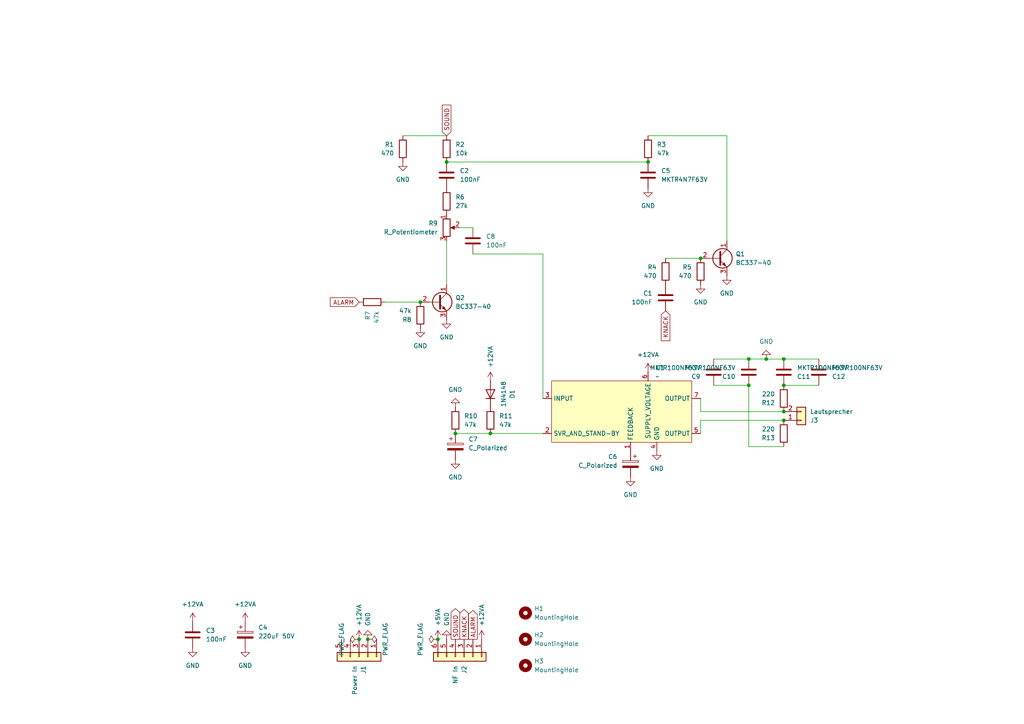
<source format=kicad_sch>
(kicad_sch (version 20250114) (generator "eeschema") (generator_version "9.0")
  (paper "A4")
  (lib_symbols
    (symbol "CarAmp:TDA7240A"
      (property "Reference" "U" (at -7.62 0 0))
      (symbol "TDA7240A_0_0"
        (pin input line (at -15.24 5.08 0) (length 2.54) (name "INPUT") (number "3"))
        (pin input line (at -15.24 -5.08 0) (length 2.54) (name "SVR_AND_STAND-BY") (number "2"))
        (pin input line (at 10.16 -10.16 90) (length 2.54) (name "FEEDBACK") (number "1"))
        (pin power_in line (at 15.24 12.7 270) (length 2.54) (name "SUPPLY_VOLTAGE") (number "6"))
        (pin power_in line (at 17.78 -10.16 90) (length 2.54) (name "GND") (number "4"))
        (pin output line (at 30.48 5.08 180) (length 2.54) (name "OUTPUT") (number "7"))
        (pin output line (at 30.48 -5.08 180) (length 2.54) (name "OUTPUT") (number "5"))
      )
      (symbol "TDA7240A_1_1"
        (rectangle (start -12.7 10.16) (end 27.94 -7.62) (fill (type background)))
      )
    )
    (symbol "Connector_Generic:Conn_01x02" (pin_names (offset 1.016) (hide yes))
      (property "Reference" "J" (at 0 2.54 0))
      (property "Value" "Conn_01x02" (at 0 -5.08 0))
      (symbol "Conn_01x02_1_1"
        (rectangle (start -1.27 1.27) (end 1.27 -3.81) (stroke (width 0.254)) (fill (type background)))
        (rectangle (start -1.27 0.127) (end 0 -0.127) (stroke (width 0.1524)))
        (rectangle (start -1.27 -2.413) (end 0 -2.667) (stroke (width 0.1524)))
        (pin passive line (at -5.08 0 0) (length 3.81) (name "Pin_1") (number "1"))
        (pin passive line (at -5.08 -2.54 0) (length 3.81) (name "Pin_2") (number "2"))
      )
    )
    (symbol "Connector_Generic:Conn_01x05" (pin_names (offset 1.016) (hide yes))
      (property "Reference" "J" (at 0 7.62 0))
      (property "Value" "Conn_01x05" (at 0 -7.62 0))
      (symbol "Conn_01x05_1_1"
        (rectangle (start -1.27 6.35) (end 1.27 -6.35) (stroke (width 0.254)) (fill (type background)))
        (rectangle (start -1.27 5.207) (end 0 4.953) (stroke (width 0.1524)))
        (rectangle (start -1.27 2.667) (end 0 2.413) (stroke (width 0.1524)))
        (rectangle (start -1.27 0.127) (end 0 -0.127) (stroke (width 0.1524)))
        (rectangle (start -1.27 -2.413) (end 0 -2.667) (stroke (width 0.1524)))
        (rectangle (start -1.27 -4.953) (end 0 -5.207) (stroke (width 0.1524)))
        (pin passive line (at -5.08 5.08 0) (length 3.81) (name "Pin_1") (number "1"))
        (pin passive line (at -5.08 2.54 0) (length 3.81) (name "Pin_2") (number "2"))
        (pin passive line (at -5.08 0 0) (length 3.81) (name "Pin_3") (number "3"))
        (pin passive line (at -5.08 -2.54 0) (length 3.81) (name "Pin_4") (number "4"))
        (pin passive line (at -5.08 -5.08 0) (length 3.81) (name "Pin_5") (number "5"))
      )
    )
    (symbol "Connector_Generic:Conn_01x06" (pin_names (offset 1.016) (hide yes))
      (property "Reference" "J" (at 0 7.62 0))
      (property "Value" "Conn_01x06" (at 0 -10.16 0))
      (symbol "Conn_01x06_1_1"
        (rectangle (start -1.27 6.35) (end 1.27 -8.89) (stroke (width 0.254)) (fill (type background)))
        (rectangle (start -1.27 5.207) (end 0 4.953) (stroke (width 0.1524)))
        (rectangle (start -1.27 2.667) (end 0 2.413) (stroke (width 0.1524)))
        (rectangle (start -1.27 0.127) (end 0 -0.127) (stroke (width 0.1524)))
        (rectangle (start -1.27 -2.413) (end 0 -2.667) (stroke (width 0.1524)))
        (rectangle (start -1.27 -4.953) (end 0 -5.207) (stroke (width 0.1524)))
        (rectangle (start -1.27 -7.493) (end 0 -7.747) (stroke (width 0.1524)))
        (pin passive line (at -5.08 5.08 0) (length 3.81) (name "Pin_1") (number "1"))
        (pin passive line (at -5.08 2.54 0) (length 3.81) (name "Pin_2") (number "2"))
        (pin passive line (at -5.08 0 0) (length 3.81) (name "Pin_3") (number "3"))
        (pin passive line (at -5.08 -2.54 0) (length 3.81) (name "Pin_4") (number "4"))
        (pin passive line (at -5.08 -5.08 0) (length 3.81) (name "Pin_5") (number "5"))
        (pin passive line (at -5.08 -7.62 0) (length 3.81) (name "Pin_6") (number "6"))
      )
    )
    (symbol "Device:C" (pin_numbers (hide yes)) (pin_names (offset 0.254))
      (property "Reference" "C" (at 0.635 2.54 0))
      (property "Value" "C" (at 0.635 -2.54 0))
      (symbol "C_0_1"
        (polyline (pts (xy -2.032 0.762) (xy 2.032 0.762)) (stroke (width 0.508)))
        (polyline (pts (xy -2.032 -0.762) (xy 2.032 -0.762)) (stroke (width 0.508)))
      )
      (symbol "C_1_1"
        (pin passive line (at 0 3.81 270) (length 2.794) (name "~") (number "1"))
        (pin passive line (at 0 -3.81 90) (length 2.794) (name "~") (number "2"))
      )
    )
    (symbol "Device:C_Polarized" (pin_numbers (hide yes)) (pin_names (offset 0.254))
      (property "Reference" "C" (at 0.635 2.54 0))
      (property "Value" "C_Polarized" (at 0.635 -2.54 0))
      (symbol "C_Polarized_0_1"
        (rectangle (start -2.286 0.508) (end 2.286 1.016))
        (polyline (pts (xy -1.778 2.286) (xy -0.762 2.286)))
        (polyline (pts (xy -1.27 2.794) (xy -1.27 1.778)))
        (rectangle (start 2.286 -0.508) (end -2.286 -1.016) (fill (type outline)))
      )
      (symbol "C_Polarized_1_1"
        (pin passive line (at 0 3.81 270) (length 2.794) (name "~") (number "1"))
        (pin passive line (at 0 -3.81 90) (length 2.794) (name "~") (number "2"))
      )
    )
    (symbol "Device:R" (pin_numbers (hide yes)) (pin_names (offset 0))
      (property "Reference" "R" (at 2.032 0 90))
      (property "Value" "R" (at 0 0 90))
      (symbol "R_0_1"
        (rectangle (start -1.016 -2.54) (end 1.016 2.54) (stroke (width 0.254)))
      )
      (symbol "R_1_1"
        (pin passive line (at 0 3.81 270) (length 1.27) (name "~") (number "1"))
        (pin passive line (at 0 -3.81 90) (length 1.27) (name "~") (number "2"))
      )
    )
    (symbol "Device:R_Potentiometer" (pin_names (offset 1.016) (hide yes))
      (property "Reference" "RV" (at -4.445 0 90))
      (property "Value" "R_Potentiometer" (at -2.54 0 90))
      (symbol "R_Potentiometer_0_1"
        (rectangle (start 1.016 2.54) (end -1.016 -2.54) (stroke (width 0.254)))
        (polyline (pts (xy 1.143 0) (xy 2.286 0.508) (xy 2.286 -0.508) (xy 1.143 0)) (fill (type outline)))
        (polyline (pts (xy 2.54 0) (xy 1.524 0)))
      )
      (symbol "R_Potentiometer_1_1"
        (pin passive line (at 0 3.81 270) (length 1.27) (name "1") (number "1"))
        (pin passive line (at 0 -3.81 90) (length 1.27) (name "3") (number "3"))
        (pin passive line (at 3.81 0 180) (length 1.27) (name "2") (number "2"))
      )
    )
    (symbol "Diode:1N4148" (pin_numbers (hide yes)) (pin_names (hide yes))
      (property "Reference" "D" (at 0 2.54 0))
      (property "Value" "1N4148" (at 0 -2.54 0))
      (symbol "1N4148_0_1"
        (polyline (pts (xy -1.27 1.27) (xy -1.27 -1.27)) (stroke (width 0.254)))
        (polyline (pts (xy 1.27 1.27) (xy 1.27 -1.27) (xy -1.27 0) (xy 1.27 1.27)) (stroke (width 0.254)))
        (polyline (pts (xy 1.27 0) (xy -1.27 0)))
      )
      (symbol "1N4148_1_1"
        (pin passive line (at -3.81 0 0) (length 2.54) (name "K") (number "1"))
        (pin passive line (at 3.81 0 180) (length 2.54) (name "A") (number "2"))
      )
    )
    (symbol "Mechanical:MountingHole" (pin_names (offset 1.016)) (in_bom no)
      (property "Reference" "H" (at 0 5.08 0))
      (property "Value" "MountingHole" (at 0 3.175 0))
      (symbol "MountingHole_0_1"
        (circle (center 0 0) (radius 1.27) (stroke (width 1.27)))
      )
    )
    (symbol "Transistor_BJT:BC337" (pin_names (offset 0) (hide yes))
      (property "Reference" "Q" (at 5.08 1.905 0))
      (property "Value" "BC337" (at 5.08 0 0))
      (symbol "BC337_0_1"
        (polyline (pts (xy -2.54 0) (xy 0.635 0)))
        (polyline (pts (xy 0.635 1.905) (xy 0.635 -1.905)) (stroke (width 0.508)))
        (circle (center 1.27 0) (radius 2.8194) (stroke (width 0.254)))
      )
      (symbol "BC337_1_1"
        (polyline (pts (xy 0.635 0.635) (xy 2.54 2.54)))
        (polyline (pts (xy 0.635 -0.635) (xy 2.54 -2.54)))
        (polyline (pts (xy 1.27 -1.778) (xy 1.778 -1.27) (xy 2.286 -2.286) (xy 1.27 -1.778)) (fill (type outline)))
        (pin input line (at -5.08 0 0) (length 2.54) (name "B") (number "2"))
        (pin passive line (at 2.54 5.08 270) (length 2.54) (name "C") (number "1"))
        (pin passive line (at 2.54 -5.08 90) (length 2.54) (name "E") (number "3"))
      )
    )
    (symbol "power:+12VA" (power) (pin_numbers (hide yes)) (pin_names (offset 0) (hide yes))
      (property "Value" "+12VA" (at 0 3.556 0))
      (symbol "+12VA_0_1"
        (polyline (pts (xy -0.762 1.27) (xy 0 2.54)))
        (polyline (pts (xy 0 2.54) (xy 0.762 1.27)))
        (polyline (pts (xy 0 0) (xy 0 2.54)))
      )
      (symbol "+12VA_1_1"
        (pin power_in line (at 0 0 90) (length 0) (name "~") (number "1"))
      )
    )
    (symbol "power:+5VA" (power) (pin_numbers (hide yes)) (pin_names (offset 0) (hide yes))
      (property "Value" "+5VA" (at 0 3.556 0))
      (symbol "+5VA_0_1"
        (polyline (pts (xy -0.762 1.27) (xy 0 2.54)))
        (polyline (pts (xy 0 2.54) (xy 0.762 1.27)))
        (polyline (pts (xy 0 0) (xy 0 2.54)))
      )
      (symbol "+5VA_1_1"
        (pin power_in line (at 0 0 90) (length 0) (name "~") (number "1"))
      )
    )
    (symbol "power:GND" (power) (pin_numbers (hide yes)) (pin_names (offset 0) (hide yes))
      (property "Value" "GND" (at 0 -3.81 0))
      (symbol "GND_0_1"
        (polyline (pts (xy 0 0) (xy 0 -1.27) (xy 1.27 -1.27) (xy 0 -2.54) (xy -1.27 -1.27) (xy 0 -1.27)))
      )
      (symbol "GND_1_1"
        (pin power_in line (at 0 0 270) (length 0) (name "~") (number "1"))
      )
    )
    (symbol "power:PWR_FLAG" (power) (pin_numbers (hide yes)) (pin_names (offset 0) (hide yes))
      (property "Value" "PWR_FLAG" (at 0 3.81 0))
      (symbol "PWR_FLAG_0_0"
        (pin power_out line (at 0 0 90) (length 0) (name "~") (number "1"))
      )
      (symbol "PWR_FLAG_0_1"
        (polyline (pts (xy 0 0) (xy 0 1.27) (xy -1.016 1.905) (xy 0 2.54) (xy 1.016 1.905) (xy 0 1.27)))
      )
    )
  )
  (junction (at 203.2 74.93))
  (junction (at 227.33 111.76))
  (junction (at 217.17 104.14))
  (junction (at 222.25 104.14))
  (junction (at 217.17 111.76))
  (junction (at 104.14 185.42))
  (junction (at 121.92 87.63))
  (junction (at 132.08 125.73))
  (junction (at 187.96 46.99))
  (junction (at 227.33 104.14))
  (junction (at 227.33 119.38))
  (junction (at 106.68 185.42))
  (junction (at 227.33 121.92))
  (junction (at 142.24 125.73))
  (junction (at 127 185.42))
  (junction (at 129.54 46.99))
  (wire (pts (xy 116.84 39.37) (xy 129.54 39.37)))
  (wire (pts (xy 111.76 87.63) (xy 121.92 87.63)))
  (wire (pts (xy 227.33 104.14) (xy 237.49 104.14)))
  (wire (pts (xy 210.82 39.37) (xy 210.82 69.85)))
  (wire (pts (xy 227.33 111.76) (xy 237.49 111.76)))
  (wire (pts (xy 157.48 115.57) (xy 157.48 73.66)))
  (wire (pts (xy 142.24 125.73) (xy 157.48 125.73)))
  (wire (pts (xy 207.01 104.14) (xy 217.17 104.14)))
  (wire (pts (xy 217.17 104.14) (xy 222.25 104.14)))
  (wire (pts (xy 157.48 73.66) (xy 137.16 73.66)))
  (wire (pts (xy 203.2 119.38) (xy 203.2 115.57)))
  (wire (pts (xy 203.2 121.92) (xy 203.2 125.73)))
  (wire (pts (xy 222.25 104.14) (xy 227.33 104.14)))
  (wire (pts (xy 227.33 129.54) (xy 217.17 129.54)))
  (wire (pts (xy 133.35 66.04) (xy 137.16 66.04)))
  (wire (pts (xy 193.04 74.93) (xy 203.2 74.93)))
  (wire (pts (xy 217.17 129.54) (xy 217.17 111.76)))
  (wire (pts (xy 129.54 69.85) (xy 129.54 82.55)))
  (wire (pts (xy 132.08 125.73) (xy 142.24 125.73)))
  (wire (pts (xy 227.33 121.92) (xy 203.2 121.92)))
  (wire (pts (xy 129.54 46.99) (xy 187.96 46.99)))
  (wire (pts (xy 187.96 39.37) (xy 210.82 39.37)))
  (wire (pts (xy 207.01 111.76) (xy 217.17 111.76)))
  (wire (pts (xy 227.33 119.38) (xy 203.2 119.38)))
  (global_label "KNACK" (shape output) (at 134.62 185.42 90) (property "Intersheetrefs" "${INTERSHEET_REFS}" (effects (hide yes))))
  (global_label "SOUND" (shape input) (at 129.54 39.37 90) (property "Intersheetrefs" "${INTERSHEET_REFS}" (effects (hide yes))))
  (global_label "ALARM" (shape output) (at 137.16 185.42 90) (property "Intersheetrefs" "${INTERSHEET_REFS}" (effects (hide yes))))
  (global_label "SOUND" (shape output) (at 132.08 185.42 90) (property "Intersheetrefs" "${INTERSHEET_REFS}" (effects (hide yes))))
  (global_label "ALARM" (shape input) (at 104.14 87.63 180) (property "Intersheetrefs" "${INTERSHEET_REFS}" (effects (hide yes))))
  (global_label "KNACK" (shape input) (at 193.04 90.17 270) (property "Intersheetrefs" "${INTERSHEET_REFS}" (effects (hide yes))))
  (symbol (lib_id "Connector_Generic:Conn_01x05") (at 104.14 190.5 270) (unit 1)
    (property "Reference" "J1" (at 105.4101 193.04 0) (effects (justify left)))
    (property "Value" "Power In" (at 102.8701 193.04 0) (effects (justify left)))
    (property "Footprint" "Connector_PinHeader_2.54mm:PinHeader_1x05_P2.54mm_Vertical" (effects (hide yes)))
    (property "Description" "Generic connector, single row, 01x05, script generated (kicad-library-utils/schlib/autogen/connector/)" (effects (hide yes)))
  )
  (symbol (lib_id "power:GND") (at 55.88 187.96 0) (unit 1)
    (property "Reference" "#PWR02" (effects (hide yes)))
    (property "Value" "GND" (at 55.88 193.04 0))
    (property "Description" "Power symbol creates a global label with name \"GND\" , ground" (effects (hide yes)))
  )
  (symbol (lib_id "Device:C") (at 193.04 86.36 0) (mirror x) (unit 1)
    (property "Reference" "C1" (at 189.23 85.0899 0) (effects (justify right)))
    (property "Value" "100nF" (at 189.23 87.6299 0) (effects (justify right)))
    (property "Footprint" "Capacitor_THT:C_Axial_L3.8mm_D2.6mm_P7.50mm_Horizontal" (effects (hide yes)))
    (property "Description" "Unpolarized capacitor" (effects (hide yes)))
  )
  (symbol (lib_id "Device:R") (at 129.54 43.18 0) (unit 1)
    (property "Reference" "R2" (at 132.08 41.9099 0) (effects (justify left)))
    (property "Value" "10k" (at 132.08 44.4499 0) (effects (justify left)))
    (property "Footprint" "Resistor_THT:R_Axial_DIN0207_L6.3mm_D2.5mm_P10.16mm_Horizontal" (effects (hide yes)))
    (property "Description" "Resistor" (effects (hide yes)))
  )
  (symbol (lib_id "Device:C") (at 55.88 184.15 0) (unit 1)
    (property "Reference" "C3" (at 59.69 182.8799 0) (effects (justify left)))
    (property "Value" "100nF" (at 59.69 185.4199 0) (effects (justify left)))
    (property "Footprint" "Capacitor_THT:C_Axial_L3.8mm_D2.6mm_P7.50mm_Horizontal" (effects (hide yes)))
    (property "Description" "Unpolarized capacitor" (effects (hide yes)))
  )
  (symbol (lib_id "Device:R") (at 187.96 43.18 0) (unit 1)
    (property "Reference" "R3" (at 190.5 41.9099 0) (effects (justify left)))
    (property "Value" "47k" (at 190.5 44.4499 0) (effects (justify left)))
    (property "Footprint" "Resistor_THT:R_Axial_DIN0207_L6.3mm_D2.5mm_P10.16mm_Horizontal" (effects (hide yes)))
    (property "Description" "Resistor" (effects (hide yes)))
  )
  (symbol (lib_id "power:PWR_FLAG") (at 127 185.42 90) (unit 1)
    (property "Reference" "#FLG03" (effects (hide yes)))
    (property "Value" "PWR_FLAG" (at 121.92 185.42 0))
    (property "Description" "Special symbol for telling ERC where power comes from" (effects (hide yes)))
  )
  (symbol (lib_id "Device:R") (at 121.92 91.44 180) (unit 1)
    (property "Reference" "R8" (at 119.38 92.7101 0) (effects (justify left)))
    (property "Value" "47k" (at 119.38 90.1701 0) (effects (justify left)))
    (property "Footprint" "Resistor_THT:R_Axial_DIN0207_L6.3mm_D2.5mm_P10.16mm_Horizontal" (effects (hide yes)))
    (property "Description" "Resistor" (effects (hide yes)))
  )
  (symbol (lib_id "Transistor_BJT:BC337") (at 208.28 74.93 0) (unit 1)
    (property "Reference" "Q1" (at 213.36 73.6599 0) (effects (justify left)))
    (property "Value" "BC337-40" (at 213.36 76.1999 0) (effects (justify left)))
    (property "Footprint" "Package_TO_SOT_THT:TO-92" (effects (hide yes)))
    (property "Datasheet" "https://diotec.com/tl_files/diotec/files/pdf/datasheets/bc337.pdf" (effects (hide yes)))
    (property "Description" "0.8A Ic, 45V Vce, NPN Transistor, TO-92" (effects (hide yes)))
  )
  (symbol (lib_id "Device:C_Polarized") (at 71.12 184.15 0) (unit 1)
    (property "Reference" "C4" (at 74.93 181.9909 0) (effects (justify left)))
    (property "Value" "220uF 50V" (at 74.93 184.5309 0) (effects (justify left)))
    (property "Footprint" "Capacitor_THT:CP_Radial_D8.0mm_P5.00mm" (effects (hide yes)))
    (property "Description" "Polarized capacitor" (effects (hide yes)))
  )
  (symbol (lib_id "power:GND") (at 210.82 80.01 0) (unit 1)
    (property "Reference" "#PWR010" (effects (hide yes)))
    (property "Value" "GND" (at 210.82 85.09 0))
    (property "Description" "Power symbol creates a global label with name \"GND\" , ground" (effects (hide yes)))
  )
  (symbol (lib_id "Connector_Generic:Conn_01x06") (at 134.62 190.5 270) (unit 1)
    (property "Reference" "J2" (at 134.6201 193.04 0) (effects (justify left)))
    (property "Value" "NF In" (at 132.0801 193.04 0) (effects (justify left)))
    (property "Footprint" "Connector_PinHeader_2.54mm:PinHeader_1x06_P2.54mm_Vertical" (effects (hide yes)))
    (property "Description" "Generic connector, single row, 01x06, script generated (kicad-library-utils/schlib/autogen/connector/)" (effects (hide yes)))
  )
  (symbol (lib_id "Device:C") (at 187.96 50.8 0) (unit 1)
    (property "Reference" "C5" (at 191.77 49.5299 0) (effects (justify left)))
    (property "Value" "MKTR4N7F63V" (at 191.77 52.0699 0) (effects (justify left)))
    (property "Footprint" "Capacitor_THT:C_Rect_L7.0mm_W2.0mm_P5.00mm" (effects (hide yes)))
    (property "Description" "Unpolarized capacitor" (effects (hide yes)))
  )
  (symbol (lib_id "Device:C") (at 237.49 107.95 0) (mirror x) (unit 1)
    (property "Reference" "C12" (at 241.3 109.2201 0) (effects (justify left)))
    (property "Value" "MKTR100NF63V" (at 241.3 106.6801 0) (effects (justify left)))
    (property "Footprint" "Capacitor_THT:C_Rect_L7.0mm_W2.0mm_P5.00mm" (effects (hide yes)))
    (property "Description" "Unpolarized capacitor" (effects (hide yes)))
  )
  (symbol (lib_id "Device:C") (at 217.17 107.95 180) (unit 1)
    (property "Reference" "C10" (at 213.36 109.2201 0) (effects (justify left)))
    (property "Value" "MKTR100NF63V" (at 213.36 106.6801 0) (effects (justify left)))
    (property "Footprint" "Capacitor_THT:C_Rect_L7.0mm_W2.0mm_P5.00mm" (effects (hide yes)))
    (property "Description" "Unpolarized capacitor" (effects (hide yes)))
  )
  (symbol (lib_id "Device:C") (at 207.01 107.95 180) (unit 1)
    (property "Reference" "C9" (at 203.2 109.2201 0) (effects (justify left)))
    (property "Value" "MKTR100NF63V" (at 203.2 106.6801 0) (effects (justify left)))
    (property "Footprint" "Capacitor_THT:C_Rect_L7.0mm_W2.0mm_P5.00mm" (effects (hide yes)))
    (property "Description" "Unpolarized capacitor" (effects (hide yes)))
  )
  (symbol (lib_id "Device:C_Polarized") (at 182.88 134.62 0) (mirror y) (unit 1)
    (property "Reference" "C6" (at 179.07 132.4609 0) (effects (justify left)))
    (property "Value" "C_Polarized" (at 179.07 135.0009 0) (effects (justify left)))
    (property "Footprint" "Capacitor_THT:CP_Axial_L11.0mm_D5.0mm_P18.00mm_Horizontal" (effects (hide yes)))
    (property "Description" "Polarized capacitor" (effects (hide yes)))
  )
  (symbol (lib_id "Mechanical:MountingHole") (at 152.4 177.8 0) (unit 1) (in_bom no)
    (property "Reference" "H1" (at 154.94 176.5299 0) (effects (justify left)))
    (property "Value" "MountingHole" (at 154.94 179.0699 0) (effects (justify left)))
    (property "Footprint" "MountingHole:MountingHole_4.3mm_M4" (effects (hide yes)))
    (property "Description" "Mounting Hole without connection" (effects (hide yes)))
  )
  (symbol (lib_id "power:GND") (at 116.84 46.99 0) (mirror y) (unit 1)
    (property "Reference" "#PWR019" (effects (hide yes)))
    (property "Value" "GND" (at 116.84 52.07 0))
    (property "Description" "Power symbol creates a global label with name \"GND\" , ground" (effects (hide yes)))
  )
  (symbol (lib_id "Device:C") (at 137.16 69.85 0) (unit 1)
    (property "Reference" "C8" (at 140.97 68.5799 0) (effects (justify left)))
    (property "Value" "100nF" (at 140.97 71.1199 0) (effects (justify left)))
    (property "Footprint" "Capacitor_THT:C_Axial_L3.8mm_D2.6mm_P7.50mm_Horizontal" (effects (hide yes)))
    (property "Description" "Unpolarized capacitor" (effects (hide yes)))
  )
  (symbol (lib_id "Device:R") (at 203.2 78.74 0) (mirror y) (unit 1)
    (property "Reference" "R5" (at 200.66 77.4699 0) (effects (justify left)))
    (property "Value" "470" (at 200.66 80.0099 0) (effects (justify left)))
    (property "Footprint" "Resistor_THT:R_Axial_DIN0207_L6.3mm_D2.5mm_P10.16mm_Horizontal" (effects (hide yes)))
    (property "Description" "Resistor" (effects (hide yes)))
  )
  (symbol (lib_id "power:GND") (at 129.54 92.71 0) (unit 1)
    (property "Reference" "#PWR08" (effects (hide yes)))
    (property "Value" "GND" (at 129.54 97.79 0))
    (property "Description" "Power symbol creates a global label with name \"GND\" , ground" (effects (hide yes)))
  )
  (symbol (lib_id "power:GND") (at 182.88 138.43 0) (mirror y) (unit 1)
    (property "Reference" "#PWR04" (effects (hide yes)))
    (property "Value" "GND" (at 182.88 143.51 0))
    (property "Description" "Power symbol creates a global label with name \"GND\" , ground" (effects (hide yes)))
  )
  (symbol (lib_id "power:PWR_FLAG") (at 104.14 185.42 90) (unit 1)
    (property "Reference" "#FLG02" (effects (hide yes)))
    (property "Value" "PWR_FLAG" (at 99.06 185.42 0))
    (property "Description" "Special symbol for telling ERC where power comes from" (effects (hide yes)))
  )
  (symbol (lib_id "Device:R") (at 132.08 121.92 0) (unit 1)
    (property "Reference" "R10" (at 134.62 120.6499 0) (effects (justify left)))
    (property "Value" "47k" (at 134.62 123.1899 0) (effects (justify left)))
    (property "Footprint" "Resistor_THT:R_Axial_DIN0207_L6.3mm_D2.5mm_P10.16mm_Horizontal" (effects (hide yes)))
    (property "Description" "Resistor" (effects (hide yes)))
  )
  (symbol (lib_id "CarAmp:TDA7240A") (at 172.72 120.65 0) (unit 1)
    (property "Reference" "U1" (at 190.1033 106.68 0) (effects (justify left)))
    (property "Value" "~" (at 190.1033 109.22 0) (effects (justify left)))
    (property "Footprint" "Package_TO_SOT_THT:TO-220-7_P2.54x3.8mm_StaggerOdd_Lead5.85mm_TabDown" (effects (hide yes)))
  )
  (symbol (lib_id "Device:C_Polarized") (at 132.08 129.54 0) (unit 1)
    (property "Reference" "C7" (at 135.89 127.3809 0) (effects (justify left)))
    (property "Value" "C_Polarized" (at 135.89 129.9209 0) (effects (justify left)))
    (property "Footprint" "Capacitor_THT:CP_Axial_L11.0mm_D5.0mm_P18.00mm_Horizontal" (effects (hide yes)))
    (property "Description" "Polarized capacitor" (effects (hide yes)))
  )
  (symbol (lib_id "Device:R_Potentiometer") (at 129.54 66.04 0) (unit 1)
    (property "Reference" "R9" (at 127 64.7699 0) (effects (justify right)))
    (property "Value" "R_Potentiometer" (at 127 67.3099 0) (effects (justify right)))
    (property "Footprint" "Potentiometer_THT:Potentiometer_ACP_CA9-V10_Vertical" (effects (hide yes)))
    (property "Description" "Potentiometer" (effects (hide yes)))
  )
  (symbol (lib_id "power:+12VA") (at 104.14 185.42 0) (unit 1)
    (property "Reference" "#PWR015" (effects (hide yes)))
    (property "Value" "+12VA" (at 104.1401 181.61 90) (effects (justify left)))
    (property "Description" "Power symbol creates a global label with name \"+12VA\"" (effects (hide yes)))
  )
  (symbol (lib_id "power:GND") (at 106.68 185.42 180) (unit 1)
    (property "Reference" "#PWR016" (effects (hide yes)))
    (property "Value" "GND" (at 106.6801 181.61 90) (effects (justify right)))
    (property "Description" "Power symbol creates a global label with name \"GND\" , ground" (effects (hide yes)))
  )
  (symbol (lib_id "power:+12VA") (at 142.24 110.49 0) (mirror y) (unit 1)
    (property "Reference" "#PWR022" (effects (hide yes)))
    (property "Value" "+12VA" (at 142.2401 106.68 90) (effects (justify left)))
    (property "Description" "Power symbol creates a global label with name \"+12VA\"" (effects (hide yes)))
  )
  (symbol (lib_id "Device:C") (at 227.33 107.95 0) (mirror x) (unit 1)
    (property "Reference" "C11" (at 231.14 109.2201 0) (effects (justify left)))
    (property "Value" "MKTR100NF63V" (at 231.14 106.6801 0) (effects (justify left)))
    (property "Footprint" "Capacitor_THT:C_Rect_L7.0mm_W2.0mm_P5.00mm" (effects (hide yes)))
    (property "Description" "Unpolarized capacitor" (effects (hide yes)))
  )
  (symbol (lib_id "Diode:1N4148") (at 142.24 114.3 270) (mirror x) (unit 1)
    (property "Reference" "D1" (at 148.59 114.3 0))
    (property "Value" "1N4148" (at 146.05 114.3 0))
    (property "Footprint" "Diode_THT:D_DO-35_SOD27_P7.62mm_Horizontal" (effects (hide yes)))
    (property "Datasheet" "https://assets.nexperia.com/documents/data-sheet/1N4148_1N4448.pdf" (effects (hide yes)))
    (property "Description" "100V 0.15A standard switching diode, DO-35" (effects (hide yes)))
    (property "Sim.Device" "D" (effects (hide yes)))
    (property "Sim.Pins" "1=K 2=A" (effects (hide yes)))
  )
  (symbol (lib_id "power:GND") (at 71.12 187.96 0) (unit 1)
    (property "Reference" "#PWR03" (effects (hide yes)))
    (property "Value" "GND" (at 71.12 193.04 0))
    (property "Description" "Power symbol creates a global label with name \"GND\" , ground" (effects (hide yes)))
  )
  (symbol (lib_id "power:GND") (at 132.08 118.11 180) (unit 1)
    (property "Reference" "#PWR06" (effects (hide yes)))
    (property "Value" "GND" (at 132.08 113.03 0))
    (property "Description" "Power symbol creates a global label with name \"GND\" , ground" (effects (hide yes)))
  )
  (symbol (lib_id "Device:R") (at 193.04 78.74 0) (mirror y) (unit 1)
    (property "Reference" "R4" (at 190.5 77.4699 0) (effects (justify left)))
    (property "Value" "470" (at 190.5 80.0099 0) (effects (justify left)))
    (property "Footprint" "Resistor_THT:R_Axial_DIN0207_L6.3mm_D2.5mm_P10.16mm_Horizontal" (effects (hide yes)))
    (property "Description" "Resistor" (effects (hide yes)))
  )
  (symbol (lib_id "Device:R") (at 129.54 58.42 0) (unit 1)
    (property "Reference" "R6" (at 132.08 57.1499 0) (effects (justify left)))
    (property "Value" "27k" (at 132.08 59.6899 0) (effects (justify left)))
    (property "Footprint" "Resistor_THT:R_Axial_DIN0207_L6.3mm_D2.5mm_P10.16mm_Horizontal" (effects (hide yes)))
    (property "Description" "Resistor" (effects (hide yes)))
  )
  (symbol (lib_id "Device:R") (at 227.33 115.57 180) (unit 1)
    (property "Reference" "R12" (at 224.79 116.8401 0) (effects (justify left)))
    (property "Value" "220" (at 224.79 114.3001 0) (effects (justify left)))
    (property "Footprint" "Resistor_THT:R_Axial_DIN0207_L6.3mm_D2.5mm_P10.16mm_Horizontal" (effects (hide yes)))
    (property "Description" "Resistor" (effects (hide yes)))
  )
  (symbol (lib_id "Device:R") (at 227.33 125.73 0) (unit 1)
    (property "Reference" "R13" (at 224.79 127.0001 0) (effects (justify right)))
    (property "Value" "220" (at 224.79 124.4601 0) (effects (justify right)))
    (property "Footprint" "Resistor_THT:R_Axial_DIN0207_L6.3mm_D2.5mm_P10.16mm_Horizontal" (effects (hide yes)))
    (property "Description" "Resistor" (effects (hide yes)))
  )
  (symbol (lib_id "power:GND") (at 222.25 104.14 0) (mirror x) (unit 1)
    (property "Reference" "#PWR01" (effects (hide yes)))
    (property "Value" "GND" (at 222.25 99.06 0))
    (property "Description" "Power symbol creates a global label with name \"GND\" , ground" (effects (hide yes)))
  )
  (symbol (lib_id "power:GND") (at 132.08 133.35 0) (unit 1)
    (property "Reference" "#PWR05" (effects (hide yes)))
    (property "Value" "GND" (at 132.08 138.43 0))
    (property "Description" "Power symbol creates a global label with name \"GND\" , ground" (effects (hide yes)))
  )
  (symbol (lib_id "power:+12VA") (at 71.12 180.34 0) (unit 1)
    (property "Reference" "#PWR018" (effects (hide yes)))
    (property "Value" "+12VA" (at 71.12 175.26 0))
    (property "Description" "Power symbol creates a global label with name \"+12VA\"" (effects (hide yes)))
  )
  (symbol (lib_id "power:GND") (at 121.92 95.25 0) (mirror y) (unit 1)
    (property "Reference" "#PWR07" (effects (hide yes)))
    (property "Value" "GND" (at 121.92 100.33 0))
    (property "Description" "Power symbol creates a global label with name \"GND\" , ground" (effects (hide yes)))
  )
  (symbol (lib_id "Connector_Generic:Conn_01x02") (at 232.41 121.92 0) (mirror x) (unit 1)
    (property "Reference" "J3" (at 234.95 121.9201 0) (effects (justify left)))
    (property "Value" "Lautsprecher" (at 234.95 119.3801 0) (effects (justify left)))
    (property "Footprint" "Connector_PinHeader_2.54mm:PinHeader_1x02_P2.54mm_Vertical" (effects (hide yes)))
    (property "Description" "Generic connector, single row, 01x02, script generated (kicad-library-utils/schlib/autogen/connector/)" (effects (hide yes)))
  )
  (symbol (lib_id "Device:R") (at 107.95 87.63 90) (mirror x) (unit 1)
    (property "Reference" "R7" (at 106.6799 90.17 0) (effects (justify left)))
    (property "Value" "47k" (at 109.2199 90.17 0) (effects (justify left)))
    (property "Footprint" "Resistor_THT:R_Axial_DIN0207_L6.3mm_D2.5mm_P10.16mm_Horizontal" (effects (hide yes)))
    (property "Description" "Resistor" (effects (hide yes)))
  )
  (symbol (lib_id "power:+12VA") (at 55.88 180.34 0) (unit 1)
    (property "Reference" "#PWR017" (effects (hide yes)))
    (property "Value" "+12VA" (at 55.88 175.26 0))
    (property "Description" "Power symbol creates a global label with name \"+12VA\"" (effects (hide yes)))
  )
  (symbol (lib_id "power:PWR_FLAG") (at 106.68 185.42 270) (unit 1)
    (property "Reference" "#FLG01" (effects (hide yes)))
    (property "Value" "PWR_FLAG" (at 111.76 185.42 0))
    (property "Description" "Special symbol for telling ERC where power comes from" (effects (hide yes)))
  )
  (symbol (lib_id "Device:R") (at 142.24 121.92 0) (unit 1)
    (property "Reference" "R11" (at 144.78 120.6499 0) (effects (justify left)))
    (property "Value" "47k" (at 144.78 123.1899 0) (effects (justify left)))
    (property "Footprint" "Resistor_THT:R_Axial_DIN0207_L6.3mm_D2.5mm_P10.16mm_Horizontal" (effects (hide yes)))
    (property "Description" "Resistor" (effects (hide yes)))
  )
  (symbol (lib_id "power:GND") (at 129.54 185.42 180) (unit 1)
    (property "Reference" "#PWR012" (effects (hide yes)))
    (property "Value" "GND" (at 129.5401 181.61 90) (effects (justify right)))
    (property "Description" "Power symbol creates a global label with name \"GND\" , ground" (effects (hide yes)))
  )
  (symbol (lib_id "power:GND") (at 203.2 82.55 0) (unit 1)
    (property "Reference" "#PWR014" (effects (hide yes)))
    (property "Value" "GND" (at 203.2 87.63 0))
    (property "Description" "Power symbol creates a global label with name \"GND\" , ground" (effects (hide yes)))
  )
  (symbol (lib_id "power:GND") (at 190.5 130.81 0) (unit 1)
    (property "Reference" "#PWR021" (effects (hide yes)))
    (property "Value" "GND" (at 190.5 135.89 0))
    (property "Description" "Power symbol creates a global label with name \"GND\" , ground" (effects (hide yes)))
  )
  (symbol (lib_id "power:GND") (at 187.96 54.61 0) (unit 1)
    (property "Reference" "#PWR09" (effects (hide yes)))
    (property "Value" "GND" (at 187.96 59.69 0))
    (property "Description" "Power symbol creates a global label with name \"GND\" , ground" (effects (hide yes)))
  )
  (symbol (lib_id "Device:R") (at 116.84 43.18 0) (mirror y) (unit 1)
    (property "Reference" "R1" (at 114.3 41.9099 0) (effects (justify left)))
    (property "Value" "470" (at 114.3 44.4499 0) (effects (justify left)))
    (property "Footprint" "Resistor_THT:R_Axial_DIN0207_L6.3mm_D2.5mm_P10.16mm_Horizontal" (effects (hide yes)))
    (property "Description" "Resistor" (effects (hide yes)))
  )
  (symbol (lib_id "power:+5VA") (at 127 185.42 0) (unit 1)
    (property "Reference" "#PWR013" (effects (hide yes)))
    (property "Value" "+5VA" (at 127.0001 181.61 90) (effects (justify left)))
    (property "Description" "Power symbol creates a global label with name \"+5VA\"" (effects (hide yes)))
  )
  (symbol (lib_id "Mechanical:MountingHole") (at 152.4 193.04 0) (unit 1) (in_bom no)
    (property "Reference" "H3" (at 154.94 191.7699 0) (effects (justify left)))
    (property "Value" "MountingHole" (at 154.94 194.3099 0) (effects (justify left)))
    (property "Footprint" "MountingHole:MountingHole_4.3mm_M4" (effects (hide yes)))
    (property "Description" "Mounting Hole without connection" (effects (hide yes)))
  )
  (symbol (lib_id "Mechanical:MountingHole") (at 152.4 185.42 0) (unit 1) (in_bom no)
    (property "Reference" "H2" (at 154.94 184.1499 0) (effects (justify left)))
    (property "Value" "MountingHole" (at 154.94 186.6899 0) (effects (justify left)))
    (property "Footprint" "MountingHole:MountingHole_4.3mm_M4" (effects (hide yes)))
    (property "Description" "Mounting Hole without connection" (effects (hide yes)))
  )
  (symbol (lib_id "Device:C") (at 129.54 50.8 180) (unit 1)
    (property "Reference" "C2" (at 133.35 49.5299 0) (effects (justify right)))
    (property "Value" "100nF" (at 133.35 52.0699 0) (effects (justify right)))
    (property "Footprint" "Capacitor_THT:C_Axial_L3.8mm_D2.6mm_P7.50mm_Horizontal" (effects (hide yes)))
    (property "Description" "Unpolarized capacitor" (effects (hide yes)))
  )
  (symbol (lib_id "power:+12VA") (at 187.96 107.95 0) (unit 1)
    (property "Reference" "#PWR020" (effects (hide yes)))
    (property "Value" "+12VA" (at 187.96 102.87 0))
    (property "Description" "Power symbol creates a global label with name \"+12VA\"" (effects (hide yes)))
  )
  (symbol (lib_id "power:+12VA") (at 139.7 185.42 0) (unit 1)
    (property "Reference" "#PWR011" (effects (hide yes)))
    (property "Value" "+12VA" (at 139.7001 181.61 90) (effects (justify left)))
    (property "Description" "Power symbol creates a global label with name \"+12VA\"" (effects (hide yes)))
  )
  (symbol (lib_id "Transistor_BJT:BC337") (at 127 87.63 0) (unit 1)
    (property "Reference" "Q2" (at 132.08 86.3599 0) (effects (justify left)))
    (property "Value" "BC337-40" (at 132.08 88.8999 0) (effects (justify left)))
    (property "Footprint" "Package_TO_SOT_THT:TO-92" (effects (hide yes)))
    (property "Datasheet" "https://diotec.com/tl_files/diotec/files/pdf/datasheets/bc337.pdf" (effects (hide yes)))
    (property "Description" "0.8A Ic, 45V Vce, NPN Transistor, TO-92" (effects (hide yes)))
  )
)
</source>
